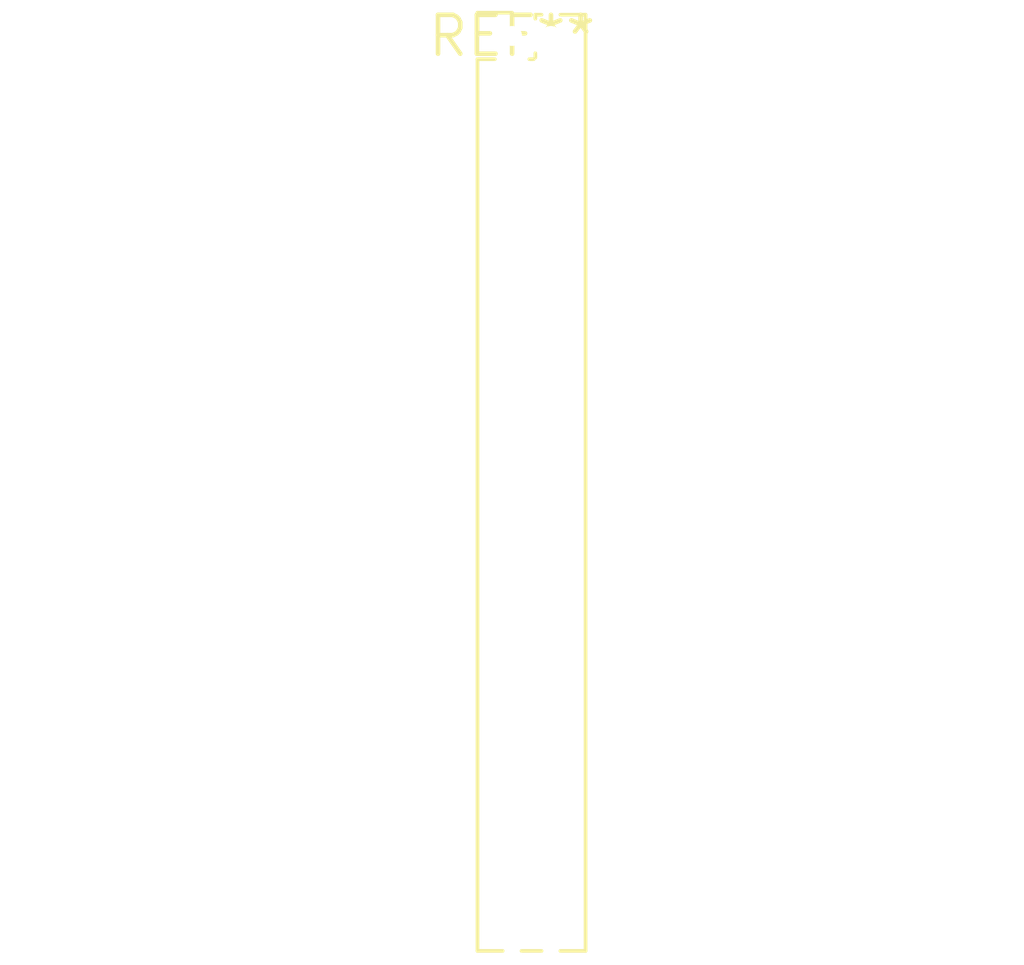
<source format=kicad_pcb>
(kicad_pcb (version 20240108) (generator pcbnew)
  (layers (0 "F.Cu" signal) (31 "B.Cu" signal) (34 "B.Paste" user) (35 "F.Paste" user) (36 "B.SilkS" user "B.Silkscreen") (37 "F.SilkS" user "F.Silkscreen") (38 "B.Mask" user) (39 "F.Mask" user) (44 "Edge.Cuts" user))
  (net 0 "")
  (footprint "PinHeader_2x24_P1.27mm_Vertical" (layer "F.Cu") (at 0 0)
    (property "Reference" "REF**")
    (property "Value" "PinHeader_2x24_P1.27mm_Vertical")
    (fp_line (start -1.13 -0.76) (end 0 -0.76) (layer "F.SilkS") (stroke (width 0.12)))
    (fp_line (start -1.13 0) (end -1.13 -0.76) (layer "F.SilkS") (stroke (width 0.12)))
    (fp_line (start -1.13 0.76) (end -1.13 29.905) (layer "F.SilkS") (stroke (width 0.12)))
    (fp_line (start -1.13 0.76) (end -0.563471 0.76) (layer "F.SilkS") (stroke (width 0.12)))
    (fp_line (start -1.13 29.905) (end -0.30753 29.905) (layer "F.SilkS") (stroke (width 0.12)))
    (fp_line (start 0.30753 29.905) (end 0.96247 29.905) (layer "F.SilkS") (stroke (width 0.12)))
    (fp_line (start 0.563471 0.76) (end 0.706529 0.76) (layer "F.SilkS") (stroke (width 0.12)))
    (fp_line (start 0.76 -0.695) (end 0.96247 -0.695) (layer "F.SilkS") (stroke (width 0.12)))
    (fp_line (start 0.76 -0.563471) (end 0.76 -0.695) (layer "F.SilkS") (stroke (width 0.12)))
    (fp_line (start 0.76 0.706529) (end 0.76 0.563471) (layer "F.SilkS") (stroke (width 0.12)))
    (fp_line (start 1.57753 -0.695) (end 2.4 -0.695) (layer "F.SilkS") (stroke (width 0.12)))
    (fp_line (start 1.57753 29.905) (end 2.4 29.905) (layer "F.SilkS") (stroke (width 0.12)))
    (fp_line (start 2.4 -0.695) (end 2.4 29.905) (layer "F.SilkS") (stroke (width 0.12)))
    (pad "1" thru_hole rect (at 0 0) (size 1 1) (drill 0.65) (layers *.Cu *.Mask) (remove_unused_layers))
    (pad "2" thru_hole oval (at 1.27 0) (size 1 1) (drill 0.65) (layers *.Cu *.Mask) (remove_unused_layers))
    (pad "3" thru_hole oval (at 0 1.27) (size 1 1) (drill 0.65) (layers *.Cu *.Mask) (remove_unused_layers))
    (pad "4" thru_hole oval (at 1.27 1.27) (size 1 1) (drill 0.65) (layers *.Cu *.Mask) (remove_unused_layers))
    (pad "5" thru_hole oval (at 0 2.54) (size 1 1) (drill 0.65) (layers *.Cu *.Mask) (remove_unused_layers))
    (pad "6" thru_hole oval (at 1.27 2.54) (size 1 1) (drill 0.65) (layers *.Cu *.Mask) (remove_unused_layers))
    (pad "7" thru_hole oval (at 0 3.81) (size 1 1) (drill 0.65) (layers *.Cu *.Mask) (remove_unused_layers))
    (pad "8" thru_hole oval (at 1.27 3.81) (size 1 1) (drill 0.65) (layers *.Cu *.Mask) (remove_unused_layers))
    (pad "9" thru_hole oval (at 0 5.08) (size 1 1) (drill 0.65) (layers *.Cu *.Mask) (remove_unused_layers))
    (pad "10" thru_hole oval (at 1.27 5.08) (size 1 1) (drill 0.65) (layers *.Cu *.Mask) (remove_unused_layers))
    (pad "11" thru_hole oval (at 0 6.35) (size 1 1) (drill 0.65) (layers *.Cu *.Mask) (remove_unused_layers))
    (pad "12" thru_hole oval (at 1.27 6.35) (size 1 1) (drill 0.65) (layers *.Cu *.Mask) (remove_unused_layers))
    (pad "13" thru_hole oval (at 0 7.62) (size 1 1) (drill 0.65) (layers *.Cu *.Mask) (remove_unused_layers))
    (pad "14" thru_hole oval (at 1.27 7.62) (size 1 1) (drill 0.65) (layers *.Cu *.Mask) (remove_unused_layers))
    (pad "15" thru_hole oval (at 0 8.89) (size 1 1) (drill 0.65) (layers *.Cu *.Mask) (remove_unused_layers))
    (pad "16" thru_hole oval (at 1.27 8.89) (size 1 1) (drill 0.65) (layers *.Cu *.Mask) (remove_unused_layers))
    (pad "17" thru_hole oval (at 0 10.16) (size 1 1) (drill 0.65) (layers *.Cu *.Mask) (remove_unused_layers))
    (pad "18" thru_hole oval (at 1.27 10.16) (size 1 1) (drill 0.65) (layers *.Cu *.Mask) (remove_unused_layers))
    (pad "19" thru_hole oval (at 0 11.43) (size 1 1) (drill 0.65) (layers *.Cu *.Mask) (remove_unused_layers))
    (pad "20" thru_hole oval (at 1.27 11.43) (size 1 1) (drill 0.65) (layers *.Cu *.Mask) (remove_unused_layers))
    (pad "21" thru_hole oval (at 0 12.7) (size 1 1) (drill 0.65) (layers *.Cu *.Mask) (remove_unused_layers))
    (pad "22" thru_hole oval (at 1.27 12.7) (size 1 1) (drill 0.65) (layers *.Cu *.Mask) (remove_unused_layers))
    (pad "23" thru_hole oval (at 0 13.97) (size 1 1) (drill 0.65) (layers *.Cu *.Mask) (remove_unused_layers))
    (pad "24" thru_hole oval (at 1.27 13.97) (size 1 1) (drill 0.65) (layers *.Cu *.Mask) (remove_unused_layers))
    (pad "25" thru_hole oval (at 0 15.24) (size 1 1) (drill 0.65) (layers *.Cu *.Mask) (remove_unused_layers))
    (pad "26" thru_hole oval (at 1.27 15.24) (size 1 1) (drill 0.65) (layers *.Cu *.Mask) (remove_unused_layers))
    (pad "27" thru_hole oval (at 0 16.51) (size 1 1) (drill 0.65) (layers *.Cu *.Mask) (remove_unused_layers))
    (pad "28" thru_hole oval (at 1.27 16.51) (size 1 1) (drill 0.65) (layers *.Cu *.Mask) (remove_unused_layers))
    (pad "29" thru_hole oval (at 0 17.78) (size 1 1) (drill 0.65) (layers *.Cu *.Mask) (remove_unused_layers))
    (pad "30" thru_hole oval (at 1.27 17.78) (size 1 1) (drill 0.65) (layers *.Cu *.Mask) (remove_unused_layers))
    (pad "31" thru_hole oval (at 0 19.05) (size 1 1) (drill 0.65) (layers *.Cu *.Mask) (remove_unused_layers))
    (pad "32" thru_hole oval (at 1.27 19.05) (size 1 1) (drill 0.65) (layers *.Cu *.Mask) (remove_unused_layers))
    (pad "33" thru_hole oval (at 0 20.32) (size 1 1) (drill 0.65) (layers *.Cu *.Mask) (remove_unused_layers))
    (pad "34" thru_hole oval (at 1.27 20.32) (size 1 1) (drill 0.65) (layers *.Cu *.Mask) (remove_unused_layers))
    (pad "35" thru_hole oval (at 0 21.59) (size 1 1) (drill 0.65) (layers *.Cu *.Mask) (remove_unused_layers))
    (pad "36" thru_hole oval (at 1.27 21.59) (size 1 1) (drill 0.65) (layers *.Cu *.Mask) (remove_unused_layers))
    (pad "37" thru_hole oval (at 0 22.86) (size 1 1) (drill 0.65) (layers *.Cu *.Mask) (remove_unused_layers))
    (pad "38" thru_hole oval (at 1.27 22.86) (size 1 1) (drill 0.65) (layers *.Cu *.Mask) (remove_unused_layers))
    (pad "39" thru_hole oval (at 0 24.13) (size 1 1) (drill 0.65) (layers *.Cu *.Mask) (remove_unused_layers))
    (pad "40" thru_hole oval (at 1.27 24.13) (size 1 1) (drill 0.65) (layers *.Cu *.Mask) (remove_unused_layers))
    (pad "41" thru_hole oval (at 0 25.4) (size 1 1) (drill 0.65) (layers *.Cu *.Mask) (remove_unused_layers))
    (pad "42" thru_hole oval (at 1.27 25.4) (size 1 1) (drill 0.65) (layers *.Cu *.Mask) (remove_unused_layers))
    (pad "43" thru_hole oval (at 0 26.67) (size 1 1) (drill 0.65) (layers *.Cu *.Mask) (remove_unused_layers))
    (pad "44" thru_hole oval (at 1.27 26.67) (size 1 1) (drill 0.65) (layers *.Cu *.Mask) (remove_unused_layers))
    (pad "45" thru_hole oval (at 0 27.94) (size 1 1) (drill 0.65) (layers *.Cu *.Mask) (remove_unused_layers))
    (pad "46" thru_hole oval (at 1.27 27.94) (size 1 1) (drill 0.65) (layers *.Cu *.Mask) (remove_unused_layers))
    (pad "47" thru_hole oval (at 0 29.21) (size 1 1) (drill 0.65) (layers *.Cu *.Mask) (remove_unused_layers))
    (pad "48" thru_hole oval (at 1.27 29.21) (size 1 1) (drill 0.65) (layers *.Cu *.Mask) (remove_unused_layers))
  )
)
</source>
